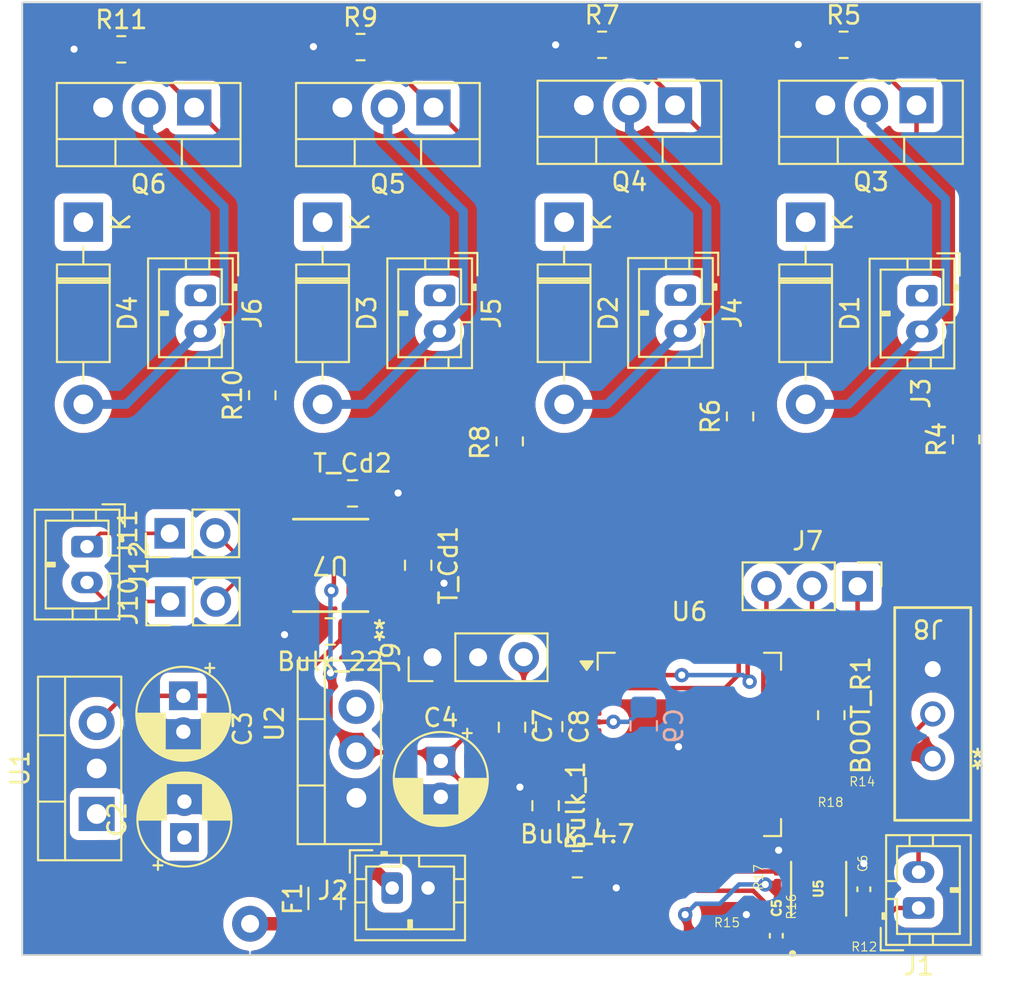
<source format=kicad_pcb>
(kicad_pcb (version 20241229) (generator "pcbnew") (generator_version "9.0")
  (layers (0 "F.Cu" signal) (4 "In1.Cu" signal) (6 "In2.Cu" signal) (2 "B.Cu" signal) (13 "F.Paste" user) (15 "B.Paste" user) (5 "F.SilkS" user "F.Silkscreen") (7 "B.SilkS" user "B.Silkscreen") (1 "F.Mask" user) (3 "B.Mask" user) (25 "Edge.Cuts" user))
  (net 0 "")
  (net 1 "GND")
  (net 2 "SLN1-")
  (net 3 "SLN2-")
  (net 4 "SLN3-")
  (net 5 "SLN4-")
  (net 6 "Net-(J8-Pin_2)")
  (net 7 "SDA")
  (net 8 "SCL")
  (net 9 "Net-(Q3-G)")
  (net 10 "Net-(Q4-G)")
  (net 11 "Net-(Q5-G)")
  (net 12 "Net-(Q6-G)")
  (net 13 "12V")
  (net 14 "S1CTRL")
  (net 15 "S2CTRL")
  (net 16 "S3CTRL")
  (net 17 "S4CTRL")
  (net 26 "SCL_ext")
  (net 27 "SDA_ext")
  (net 28 "Net-(U5-EN)")
  (net 29 "Net-(U5-READY)")
  (net 30 "/SWCLK")
  (net 31 "VBAT")
  (net 32 "+12V_fuse")
  (net 33 "/SWDIO")
  (net 34 "/NRST")
  (net 53 "FDCAN_TX")
  (net 62 "USART1+")
  (net 64 "FDCAN_RX")
  (net 77 "USART1-")
  (net 78 "5V")
  (net 79 "CAN+")
  (net 80 "CAN-")
  (net 81 "3.3V")
  (footprint "Capacitor_SMD:C_0805_2012Metric_Pad1.18x1.45mm_HandSolder" (layer "F.Cu") (at 174.45 86.16 -90)
    (property "Reference" "Bulk_1")
    (property "Value" "1uF")
  )
  (footprint "Connector_PinHeader_2.54mm:PinHeader_1x02_P2.54mm_Vertical" (layer "F.Cu") (at 153.5 70.97 90)
    (property "Reference" "J11")
    (property "Value" "Conn_01x02")
  )
  (footprint "Package_QFP:LQFP-64_10x10mm_P0.5mm" (layer "F.Cu") (at 182.465 82.74)
    (property "Reference" "U6")
    (property "Value" "STM32G0B1RETx")
  )
  (footprint "Connector_JST:JST_PH_B2B-PH-K_1x02_P2.00mm_Vertical" (layer "F.Cu") (at 155.205 57.696 -90)
    (property "Reference" "J6")
    (property "Value" "2X1")
  )
  (footprint "Package_TO_SOT_THT:TO-220-3_Vertical" (layer "F.Cu") (at 149.43 86.62 90)
    (property "Reference" "U1")
    (property "Value" "L7805")
  )
  (footprint "Package_TO_SOT_THT:TO-220-3_Vertical" (layer "F.Cu") (at 154.867 47.226 180)
    (property "Reference" "Q6")
    (property "Value" "FQP30N06L")
  )
  (footprint "Capacitor_SMD:C_0201_0603Metric" (layer "F.Cu") (at 187.36 91.725 90)
    (property "Reference" "R16")
    (property "Value" "10k")
  )
  (footprint "Connector_JST:JST_PH_B2B-PH-K_1x02_P2.00mm_Vertical" (layer "F.Cu") (at 195.422 57.712 -90)
    (property "Reference" "J3")
    (property "Value" "2X1")
  )
  (footprint "Resistor_SMD:R_0805_2012Metric_Pad1.20x1.40mm_HandSolder" (layer "F.Cu") (at 164.138 43.853)
    (property "Reference" "R9")
    (property "Value" "10k")
  )
  (footprint "Diode_THT:D_DO-41_SOD81_P10.16mm_Horizontal" (layer "F.Cu") (at 148.686 53.616 -90)
    (property "Reference" "D4")
    (property "Value" "1N47xxA")
  )
  (footprint "Capacitor_SMD:C_0805_2012Metric_Pad1.18x1.45mm_HandSolder" (layer "F.Cu") (at 162.4413 76.44 180)
    (property "Reference" "Bulk_22")
    (property "Value" "22uF")
  )
  (footprint "Capacitor_SMD:C_0805_2012Metric_Pad1.18x1.45mm_HandSolder" (layer "F.Cu") (at 176.22 89.42)
    (property "Reference" "Bulk_4.7")
    (property "Value" "4.7uF")
  )
  (footprint "Capacitor_THT:CP_Radial_D5.0mm_P2.00mm" (layer "F.Cu") (at 168.61 83.664888 -90)
    (property "Reference" "C4")
    (property "Value" "10u")
  )
  (footprint "Diode_THT:D_DO-41_SOD81_P10.16mm_Horizontal" (layer "F.Cu") (at 175.483 53.616 -90)
    (property "Reference" "D2")
    (property "Value" "1N47xxA")
  )
  (footprint "Connector_JST:JST_PH_B2B-PH-K_1x02_P2.00mm_Vertical" (layer "F.Cu") (at 148.89 71.71 -90)
    (property "Reference" "J12")
    (property "Value" "2X1")
  )
  (footprint "Connector_JST:JST_PH_B2B-PH-K_1x02_P2.00mm_Vertical" (layer "F.Cu") (at 165.9 90.75)
    (property "Reference" "J2")
    (property "Value" "2X1")
  )
  (footprint "Resistor_SMD:R_0805_2012Metric_Pad1.20x1.40mm_HandSolder" (layer "F.Cu") (at 150.803 43.98)
    (property "Reference" "R11")
    (property "Value" "10k")
  )
  (footprint "Diode_THT:D_DO-41_SOD81_P10.16mm_Horizontal" (layer "F.Cu") (at 188.945 53.616 -90)
    (property "Reference" "D1")
    (property "Value" "1N47xxA")
  )
  (footprint "Capacitor_SMD:C_0201_0603Metric" (layer "F.Cu") (at 192.1 85.87)
    (property "Reference" "R14")
    (property "Value" "10k")
  )
  (footprint "Capacitor_SMD:C_0402_1005Metric" (layer "F.Cu") (at 187.31 93.41 -90)
    (property "Reference" "C5")
    (property "Value" "0.1u")
  )
  (footprint "Connector_PinHeader_2.54mm:PinHeader_1x03_P2.54mm_Vertical" (layer "F.Cu") (at 168.15 77.88 90)
    (property "Reference" "J9")
    (property "Value" "Conn_01x03_Pin")
  )
  (footprint "Resistor_SMD:R_0805_2012Metric_Pad1.20x1.40mm_HandSolder" (layer "F.Cu") (at 190.375 81.11 -90)
    (property "Reference" "BOOT_R1")
    (property "Value" "10k")
  )
  (footprint "Capacitor_SMD:C_0201_0603Metric" (layer "F.Cu") (at 190.335 87.02)
    (property "Reference" "R18")
    (property "Value" "10k")
  )
  (footprint "Capacitor_SMD:C_0805_2012Metric_Pad1.18x1.45mm_HandSolder" (layer "F.Cu") (at 167.35 72.75 -90)
    (property "Reference" "T_Cd1")
    (property "Value" "100nF")
  )
  (footprint "Resistor_SMD:R_0805_2012Metric_Pad1.20x1.40mm_HandSolder" (layer "F.Cu") (at 177.6 43.726)
    (property "Reference" "R7")
    (property "Value" "10k")
  )
  (footprint "Package_TO_SOT_THT:TO-220-3_Vertical" (layer "F.Cu") (at 195.126 47.099 180)
    (property "Reference" "Q3")
    (property "Value" "FQP30N06L")
  )
  (footprint "Capacitor_SMD:C_0201_0603Metric" (layer "F.Cu") (at 184.56 93.73)
    (property "Reference" "R15")
    (property "Value" "10k")
  )
  (footprint "Capacitor_SMD:C_0402_1005Metric" (layer "F.Cu") (at 192.19 90.82 -90)
    (property "Reference" "C6")
    (property "Value" "0.1u")
  )
  (footprint "Capacitor_SMD:C_0201_0603Metric" (layer "F.Cu") (at 187.37 90.145 90)
    (property "Reference" "R17")
    (property "Value" "10k")
  )
  (footprint "Connector_JST:JST_PH_B2B-PH-K_1x02_P2.00mm_Vertical" (layer "F.Cu") (at 195.24 91.86 90)
    (property "Reference" "J1")
    (property "Value" "2X1")
  )
  (footprint "Connector_PinHeader_2.54mm:PinHeader_1x03_P2.54mm_Vertical" (layer "F.Cu") (at 191.84 73.92 -90)
    (property "Reference" "J7")
    (property "Value" "Conn_01x03_Pin")
  )
  (footprint "Capacitor_SMD:C_0805_2012Metric_Pad1.18x1.45mm_HandSolder" (layer "F.Cu") (at 174.65 81.75 -90)
    (property "Reference" "C8")
    (property "Value" "100nF")
  )
  (footprint "Capacitor_SMD:C_0805_2012Metric_Pad1.18x1.45mm_HandSolder" (layer "F.Cu") (at 163.6875 68.74)
    (property "Reference" "T_Cd2")
    (property "Value" "100nF")
  )
  (footprint "Resistor_SMD:R_0805_2012Metric_Pad1.20x1.40mm_HandSolder" (layer "F.Cu") (at 197.89 65.73 90)
    (property "Reference" "R4")
    (property "Value" "330")
  )
  (footprint "Capacitor_THT:CP_Radial_D5.0mm_P2.00mm" (layer "F.Cu") (at 154.32 87.93 90)
    (property "Reference" "C2")
    (property "Value" "10u")
  )
  (footprint "Capacitor_SMD:C_0201_0603Metric" (layer "F.Cu") (at 192.25 93.27 180)
    (property "Reference" "R12")
    (property "Value" "10k")
  )
  (footprint "custom_components:SOIC8_4P9X3P9MC_MCH" (layer "F.Cu") (at 162.4738 72.755 180)
    (property "Reference" "U7")
    (property "Value" "ATA6561-GAQW-N")
  )
  (footprint "Connector_PinHeader_2.54mm:PinHeader_1x02_P2.54mm_Vertical" (layer "F.Cu") (at 153.53 74.77 90)
    (property "Reference" "J10")
    (property "Value" "Conn_01x02")
  )
  (footprint "Package_TO_SOT_THT:TO-220-3_Vertical" (layer "F.Cu") (at 168.202 47.226 180)
    (property "Reference" "Q5")
    (property "Value" "FQP30N06L")
  )
  (footprint "Diode_THT:D_DO-41_SOD81_P10.16mm_Horizontal" (layer "F.Cu") (at 162.021 53.616 -90)
    (property "Reference" "D3")
    (property "Value" "1N47xxA")
  )
  (footprint "Connector_JST:JST_PH_B2B-PH-K_1x02_P2.00mm_Vertical" (layer "F.Cu") (at 181.96 57.68 -90)
    (property "Reference" "J4")
    (property "Value" "2X1")
  )
  (footprint "Resistor_SMD:R_0805_2012Metric_Pad1.20x1.40mm_HandSolder" (layer "F.Cu") (at 172.45 65.84 90)
    (property "Reference" "R8")
    (property "Value" "330")
  )
  (footprint "Resistor_SMD:R_0805_2012Metric_Pad1.20x1.40mm_HandSolder" (layer "F.Cu") (at 158.66 63.27 90)
    (property "Reference" "R10")
    (property "Value" "330")
  )
  (footprint "TCA4307:SOP65P490X110-8N" (layer "F.Cu") (at 189.67 90.79 90)
    (property "Reference" "U5")
    (property "Value" "TCA4307")
  )
  (footprint "Capacitor_SMD:C_0805_2012Metric_Pad1.18x1.45mm_HandSolder" (layer "F.Cu") (at 172.58 81.785 -90)
    (property "Reference" "C7")
    (property "Value" "100nF")
  )
  (footprint "Connector_JST:JST_PH_B2B-PH-K_1x02_P2.00mm_Vertical" (layer "F.Cu") (at 168.54 57.696 -90)
    (property "Reference" "J5")
    (property "Value" "2X1")
  )
  (footprint "Capacitor_THT:CP_Radial_D5.0mm_P2.00mm" (layer "F.Cu") (at 154.26 80.03 -90)
    (property "Reference" "C3")
    (property "Value" "10u")
  )
  (footprint "Resistor_SMD:R_0805_2012Metric_Pad1.20x1.40mm_HandSolder" (layer "F.Cu") (at 191.062 43.726)
    (property "Reference" "R5")
    (property "Value" "10k")
  )
  (footprint "Package_TO_SOT_THT:TO-220-3_Vertical" (layer "F.Cu") (at 181.664 47.099 180)
    (property "Reference" "Q4")
    (property "Value" "FQP30N06L")
  )
  (footprint "custom_components:slide_switch_EGER1218_Thruster" (layer "F.Cu") (at 196.03 83.54 180)
    (property "Reference" "J8")
    (property "Value" "Conn_01x03")
  )
  (footprint "Resistor_SMD:R_0805_2012Metric_Pad1.20x1.40mm_HandSolder" (layer "F.Cu") (at 185.29 64.45 90)
    (property "Reference" "R6")
    (property "Value" "330")
  )
  (footprint "Package_TO_SOT_THT:TO-220-3_Vertical" (layer "F.Cu") (at 163.905 85.72 90)
    (property "Reference" "U2")
    (property "Value" "LD1117V33")
  )
  (footprint "Fuse:Fuse_1206_3216Metric" (layer "F.Cu") (at 162.14 91.33 -90)
    (property "Reference" "F1")
    (property "Value" "10A")
  )
  (footprint "Capacitor_SMD:C_0805_2012Metric_Pad1.18x1.45mm_HandSolder" (layer "B.Cu") (at 179.92 81.7 90)
    (property "Reference" "C9")
    (property "Value" "100nF")
  )
  (gr_rect (start 145.283113 41.359887) (end 198.750113 94.484887) (stroke (width 0.1)) (fill no) (layer "Edge.Cuts"))
  (segment (start 186.61 92.23) (end 185.64 92.23) (width 0.25) (layer "F.Cu") (net 1))
  (segment (start 174.615 82.8225) (end 174.65 82.7875) (width 0.25) (layer "F.Cu") (net 1))
  (segment (start 176.6 43.726) (end 176.584 43.742) (width 0.25) (layer "F.Cu") (net 1))
  (segment (start 160.01 75.0462) (end 161.4038 76.44) (width 0.25) (layer "F.Cu") (net 1))
  (segment (start 168.7525 73.7875) (end 168.79 73.75) (width 0.25) (layer "F.Cu") (net 1))
  (segment (start 190.046 43.742) (end 190.046 47.099) (width 0.25) (layer "F.Cu") (net 1))
  (segment (start 192.19 89.38) (end 192.19 90.34) (width 0.25) (layer "F.Cu") (net 1))
  (segment (start 188.546 43.726) (end 188.53 43.71) (width 0.25) (layer "F.Cu") (net 1))
  (segment (start 163.138 43.853) (end 163.122 43.869) (width 0.25) (layer "F.Cu") (net 1))
  (segment (start 163.138 43.853) (end 161.533 43.853) (width 0.25) (layer "F.Cu") (net 1))
  (segment (start 174.65 82.7875) (end 174.8525 82.99) (width 0.25) (layer "F.Cu") (net 1))
  (segment (start 174.45 85.1225) (end 174.45 82.9875) (width 0.25) (layer "F.Cu") (net 1))
  (segment (start 161.4038 76.44) (end 160.08 76.44) (width 0.25) (layer "F.Cu") (net 1))
  (segment (start 174.685 84.6525) (end 174.0625 84.6525) (width 0.25) (layer "F.Cu") (net 1))
  (segment (start 166.21 68.74) (end 166.23 68.72) (width 0.25) (layer "F.Cu") (net 1))
  (segment (start 160.01 74.66) (end 160.01 75.0462) (width 0.25) (layer "F.Cu") (net 1))
  (segment (start 176.6 43.726) (end 175.014 43.726) (width 0.25) (layer "F.Cu") (net 1))
  (segment (start 149.787 43.996) (end 149.787 47.226) (width 0.25) (layer "F.Cu") (net 1))
  (segment (start 174.8525 82.99) (end 176.79 82.99) (width 0.25) (layer "F.Cu") (net 1))
  (segment (start 149.803 43.98) (end 148.18 43.98) (width 0.25) (layer "F.Cu") (net 1))
  (segment (start 166.9525 73.39) (end 167.35 73.7875) (width 0.25) (layer "F.Cu") (net 1))
  (segment (start 190.062 43.726) (end 188.546 43.726) (width 0.25) (layer "F.Cu") (net 1))
  (segment (start 173.02 85.1225) (end 174.45 85.1225) (width 0.25) (layer "F.Cu") (net 1))
  (segment (start 178.39 90.74) (end 177.2575 89.6075) (width 0.25) (layer "F.Cu") (net 1))
  (segment (start 174.45 82.9875) (end 174.65 82.7875) (width 0.25) (layer "F.Cu") (net 1))
  (segment (start 161.533 43.853) (end 161.51 43.83) (width 0.25) (layer "F.Cu") (net 1))
  (segment (start 167.35 73.7875) (end 168.7525 73.7875) (width 0.25) (layer "F.Cu") (net 1))
  (segment (start 172.58 82.8225) (end 174.615 82.8225) (width 0.25) (layer "F.Cu") (net 1))
  (segment (start 163.122 43.869) (end 163.122 47.226) (width 0.25) (layer "F.Cu") (net 1))
  (segment (start 187.44 88.64) (end 188.695 88.64) (width 0.25) (layer "F.Cu") (net 1))
  (segment (start 187.31 92.93) (end 186.61 92.23) (width 0.25) (layer "F.Cu") (net 1))
  (segment (start 175.014 43.726) (end 175.01 43.73) (width 0.25) (layer "F.Cu") (net 1))
  (segment (start 190.062 43.726) (end 190.046 43.742) (width 0.25) (layer "F.Cu") (net 1))
  (segment (start 149.803 43.98) (end 149.787 43.996) (width 0.25) (layer "F.Cu") (net 1))
  (segment (start 177.2575 89.6075) (end 177.2575 89.42) (width 0.25) (layer "F.Cu") (net 1))
  (segment (start 164.9376 73.39) (end 166.9525 73.39) (width 0.25) (layer "F.Cu") (net 1))
  (segment (start 160.08 76.44) (end 159.9 76.62) (width 0.25) (layer "F.Cu") (net 1))
  (segment (start 148.18 43.98) (end 148.17 43.97) (width 0.25) (layer "F.Cu") (net 1))
  (segment (start 164.725 68.74) (end 166.21 68.74) (width 0.25) (layer "F.Cu") (net 1))
  (segment (start 176.584 43.742) (end 176.584 47.099) (width 0.25) (layer "F.Cu") (net 1))
  (via (at 192.19 89.38) (size 0.8) (drill 0.4) (layers "F.Cu" "B.Cu") (net 1))
  (via (at 173.02 85.1225) (size 0.8) (drill 0.4) (layers "F.Cu" "B.Cu") (net 1))
  (via (at 185.64 92.23) (size 0.8) (drill 0.4) (layers "F.Cu" "B.Cu") (net 1))
  (via (at 188.53 43.71) (size 0.8) (drill 0.4) (layers "F.Cu" "B.Cu") (net 1))
  (via (at 175.01 43.73) (size 0.8) (drill 0.4) (layers "F.Cu" "B.Cu") (net 1))
  (via (at 168.79 73.75) (size 0.8) (drill 0.4) (layers "F.Cu" "B.Cu") (net 1))
  (via (at 159.9 76.62) (size 0.8) (drill 0.4) (layers "F.Cu" "B.Cu") (net 1))
  (via (at 178.39 90.74) (size 0.8) (drill 0.4) (layers "F.Cu" "B.Cu") (net 1))
  (via (at 187.44 88.64) (size 0.8) (drill 0.4) (layers "F.Cu" "B.Cu") (net 1))
  (via (at 166.23 68.72) (size 0.8) (drill 0.4) (layers "F.Cu" "B.Cu") (net 1))
  (via (at 161.51 43.83) (size 0.8) (drill 0.4) (layers "F.Cu" "B.Cu") (net 1))
  (via (at 181.86 82.87) (size 0.8) (drill 0.4) (layers "F.Cu" "B.Cu") (net 1))
  (via (at 148.17 43.97) (size 0.8) (drill 0.4) (layers "F.Cu" "B.Cu") (net 1))
  (segment (start 180.0525 82.87) (end 179.92 82.7375) (width 0.25) (layer "B.Cu") (net 1))
  (segment (start 163.952113 84.920887) (end 163.825113 84.793887) (width 0.25) (layer "B.Cu") (net 1))
  (segment (start 181.86 82.87) (end 180.0525 82.87) (width 0.25) (layer "B.Cu") (net 1))
  (segment (start 163.825113 84.793887) (end 163.825113 84.793887) (width 0.25) (layer "B.Cu") (net 1))
  (segment (start 195.422 59.712) (end 195.396 59.712) (width 0.5) (layer "F.Cu") (net 2))
  (segment (start 192.586 47.099) (end 192.586 48.171) (width 0.5) (layer "F.Cu") (net 2))
  (segment (start 191.332 63.776) (end 188.945 63.776) (width 0.5) (layer "B.Cu") (net 2))
  (segment (start 196.747 52.332) (end 196.747 58.387) (width 0.5) (layer "B.Cu") (net 2))
  (segment (start 195.396 59.712) (end 191.332 63.776) (width 0.5) (layer "B.Cu") (net 2))
  (segment (start 192.586 48.171) (end 196.747 52.332) (width 0.5) (layer "B.Cu") (net 2))
  (segment (start 196.747 58.387) (end 195.422 59.712) (width 0.5) (layer "B.Cu") (net 2))
  (segment (start 181.96 59.68) (end 181.96 59.686) (width 0.5) (layer "F.Cu") (net 3))
  (segment (start 183.442 58.198) (end 181.96 59.68) (width 0.5) (layer "B.Cu") (net 3))
  (segment (start 177.87 63.776) (end 175.483 63.776) (width 0.5) (layer "B.Cu") (net 3))
  (segment (start 183.442 52.822) (end 183.442 58.198) (width 0.5) (layer "B.Cu") (net 3))
  (segment (start 179.124 48.504) (end 183.442 52.822) (width 0.5) (layer "B.Cu") (net 3))
  (segment (start 181.96 59.686) (end 177.87 63.776) (width 0.5) (layer "B.Cu") (net 3))
  (segment (start 182.393113 59.520887) (end 182.409113 59.504887) (width 0.5) (layer "B.Cu") (net 3))
  (segment (start 179.124 47.099) (end 179.124 48.504) (width 0.5) (layer "B.Cu") (net 3))
  (segment (start 182.409113 59.504887) (end 182.441113 59.536887) (width 0.5) (layer "B.Cu") (net 3))
  (segment (start 168.54 59.696) (end 168.488 59.696) (width 0.5) (layer "F.Cu") (net 4))
  (segment (start 169.865 53.009) (end 169.865 58.371) (width 0.5) (layer "B.Cu") (net 4))
  (segment (start 169.865 58.371) (end 168.54 59.696) (width 0.5) (layer "B.Cu") (net 4))
  (segment (start 164.408 63.776) (end 162.021 63.776) (width 0.5) (layer "B.Cu") (net 4))
  (segment (start 165.662 47.226) (end 165.662 48.806) (width 0.5) (layer "B.Cu") (net 4))
  (segment (start 168.488 59.696) (end 164.408 63.776) (width 0.5) (layer "B.Cu") (net 4))
  (segment (start 165.662 48.806) (end 169.865 53.009) (width 0.5) (layer "B.Cu") (net 4))
  (segment (start 155.205 59.696) (end 155.153 59.696) (width 0.5) (layer "F.Cu") (net 5))
  (segment (start 151.073 63.776) (end 148.686 63.776) (width 0.5) (layer "B.Cu") (net 5))
  (segment (start 156.53 52.755) (end 156.53 58.371) (width 0.5) (layer "B.Cu") (net 5))
  (segment (start 152.327 47.226) (end 152.327 48.552) (width 0.5) (layer "B.Cu") (net 5))
  (segment (start 156.53 58.371) (end 155.205 59.696) (width 0.5) (layer "B.Cu") (net 5))
  (segment (start 152.327 48.552) (end 156.53 52.755) (width 0.5) (layer "B.Cu") (net 5))
  (segment (start 155.153 59.696) (end 151.073 63.776) (width 0.5) (layer "B.Cu") (net 5))
  (segment (start 190.375 82.11) (end 194.96 82.11) (width 0.25) (layer "F.Cu") (net 6))
  (segment (start 194.96 82.11) (end 196.03 81.04) (width 0.25) (layer "F.Cu") (net 6))
  (segment (start 187.555226 92.045) (end 187.36 92.045) (width 0.25) (layer "F.Cu") (net 7))
  (segment (start 186.019774 90.9) (end 182.92219 90.9) (width 0.25) (layer "F.Cu") (net 7))
  (segment (start 187.164774 92.045) (end 186.019774 90.9) (width 0.25) (layer "F.Cu") (net 7))
  (segment (start 189.345 92.16736) (end 188.96764 91.79) (width 0.25) (layer "F.Cu") (net 7))
  (segment (start 182.92219 90.9) (end 181.715 89.69281) (width 0.25) (layer "F.Cu") (net 7))
  (segment (start 181.715 89.69281) (end 181.715 88.415) (width 0.25) (layer "F.Cu") (net 7))
  (segment (start 188.96764 91.79) (end 187.810226 91.79) (width 0.25) (layer "F.Cu") (net 7))
  (segment (start 187.810226 91.79) (end 187.555226 92.045) (width 0.25) (layer "F.Cu") (net 7))
  (segment (start 189.345 92.94) (end 189.345 92.16736) (width 0.25) (layer "F.Cu") (net 7))
  (segment (start 187.36 92.045) (end 187.164774 92.045) (width 0.25) (layer "F.Cu") (net 7))
  (segment (start 182.65 89.825) (end 182.215 89.39) (width 0.25) (layer "F.Cu") (net 8))
  (segment (start 182.215 89.39) (end 182.215 88.415) (width 0.25) (layer "F.Cu") (net 8))
  (segment (start 189.345 88.64) (end 189.345 89.41264) (width 0.25) (layer "F.Cu") (net 8))
  (segment (start 187.37 89.825) (end 182.65 89.825) (width 0.25) (layer "F.Cu") (net 8))
  (segment (start 188.93264 89.825) (end 187.37 89.825) (width 0.25) (layer "F.Cu") (net 8))
  (segment (start 189.345 89.41264) (end 188.93264 89.825) (width 0.25) (layer "F.Cu") (net 8))
  (segment (start 192.062 44.035) (end 195.126 47.099) (width 0.25) (layer "F.Cu") (net 9))
  (segment (start 197.89 63.61) (end 197.9 63.6) (width 0.25) (layer "F.Cu") (net 9))
  (segment (start 197.9 51.5) (end 195.126 48.726) (width 0.25) (layer "F.Cu") (net 9))
  (segment (start 197.89 64.73) (end 197.89 63.61) (width 0.25) (layer "F.Cu") (net 9))
  (segment (start 197.9 63.6) (end 197.9 51.5) (width 0.25) (layer "F.Cu") (net 9))
  (segment (start 192.062 43.726) (end 192.062 44.035) (width 0.25) (layer "F.Cu") (net 9))
  (segment (start 195.126 48.726) (end 195.126 47.099) (width 0.25) (layer "F.Cu") (net 9))
  (segment (start 185.29 50.725) (end 185.29 63.45) (width 0.25) (layer "F.Cu") (net 10))
  (segment (start 178.6 43.726) (end 181.664 46.79) (width 0.25) (layer "F.Cu") (net 10))
  (segment (start 181.664 46.79) (end 181.664 47.099) (width 0.25) (layer "F.Cu") (net 10))
  (segment (start 181.664 47.099) (end 185.29 50.725) (width 0.25) (layer "F.Cu") (net 10))
  (segment (start 165.138 44.162) (end 168.202 47.226) (width 0.25) (layer "F.Cu") (net 11))
  (segment (start 172.45 51.474) (end 168.202 47.226) (width 0.25) (layer "F.Cu") (net 11))
  (segment (start 165.138 43.853) (end 165.138 44.162) (width 0.25) (layer "F.Cu") (net 11))
  (segment (start 172.45 64.84) (end 172.45 51.474) (width 0.25) (layer "F.Cu") (net 11))
  (segment (start 158.66 62.27) (end 158.66 51.019) (width 0.25) (layer "F.Cu") (net 12))
  (segment (start 151.803 43.98) (end 151.803 44.162) (width 0.25) (layer "F.Cu") (net 12))
  (segment (start 151.803 44.162) (end 154.867 47.226) (width 0.25) (layer "F.Cu") (net 12))
  (segment (start 158.66 51.019) (end 154.867 47.226) (width 0.25) (layer "F.Cu") (net 12))
  (segment (start 159.86 92.74) (end 157.98 92.74) (width 0.75) (layer "F.Cu") (net 13))
  (segment (start 162.14 92.73) (end 159.87 92.73) (width 0.75) (layer "F.Cu") (net 13))
  (segment (start 159.87 92.73) (end 159.86 92.74) (width 0.25) (layer "F.Cu") (net 13))
  (via (at 157.98 92.74) (size 2) (drill 1) (layers "F.Cu" "B.Cu") (net 13))
  (segment (start 184.715 71.535) (end 189.58 66.67) (width 0.25) (layer "F.Cu") (net 14))
  (segment (start 189.58 66.67) (end 194.01 66.73) (width 0.25) (layer "F.Cu") (net 14))
  (segment (start 194.01 66.73) (end 197.89 66.73) (width 0.25) (layer "F.Cu") (net 14))
  (segment (start 184.715 77.065) (end 184.715 71.535) (width 0.25) (layer "F.Cu") (net 14))
  (segment (start 183.715 77.065) (end 183.715 67.025) (width 0.25) (layer "F.Cu") (net 15))
  (segment (start 183.715 67.025) (end 185.29 65.45) (width 0.25) (layer "F.Cu") (net 15))
  (segment (start 172.45 66.84) (end 180.215 74.605) (width 0.25) (layer "F.Cu") (net 16))
  (segment (start 180.215 74.605) (end 180.215 77.065) (width 0.25) (layer "F.Cu") (net 16))
  (segment (start 158.66 64.27) (end 160.72 66.33) (width 0.25) (layer "F.Cu") (net 17))
  (segment (start 168.02 66.33) (end 178.739 77.049) (width 0.25) (layer "F.Cu") (net 17))
  (segment (start 178.739 77.049) (end 178.739 77.2) (width 0.25) (layer "F.Cu") (net 17))
  (segment (start 160.72 66.33) (end 160.85 66.33) (width 0.25) (layer "F.Cu") (net 17))
  (segment (start 160.85 66.33) (end 168.02 66.33) (width 0.25) (layer "F.Cu") (net 17))
  (segment (start 192.42 88.005001) (end 192.42 85.87) (width 0.25) (layer "F.Cu") (net 26))
  (segment (start 195.24 88.69) (end 192.42 85.87) (width 0.25) (layer "F.Cu") (net 26))
  (segment (start 190.98764 89.72) (end 190.30236 89.72) (width 0.25) (layer "F.Cu") (net 26))
  (segment (start 190.30236 89.72) (end 189.995 89.41264) (width 0.25) (layer "F.Cu") (net 26))
  (segment (start 191.211 89.214001) (end 191.211 89.49664) (width 0.25) (layer "F.Cu") (net 26))
  (segment (start 191.211 89.214001) (end 192.42 88.005001) (width 0.25) (layer "F.Cu") (net 26))
  (segment (start 191.211 89.49664) (end 190.98764 89.72) (width 0.25) (layer "F.Cu") (net 26))
  (segment (start 189.995 89.41264) (end 189.995 88.64) (width 0.25) (layer "F.Cu") (net 26))
  (segment (start 195.24 89.86) (end 195.24 88.69) (width 0.25) (layer "F.Cu") (net 26))
  (segment (start 189.995 88.64) (end 189.995 87.86736) (width 0.25) (layer "F.Cu") (net 26))
  (segment (start 194.97 91.91) (end 195.03 91.85) (width 0.25) (layer "F.Cu") (net 27))
  (segment (start 193.98 91.86) (end 192.57 93.27) (width 0.25) (layer "F.Cu") (net 27))
  (segment (start 192.038999 94.001) (end 190.28336 94.001) (width 0.25) (layer "F.Cu") (net 27))
  (segment (start 195.24 91.86) (end 193.98 91.86) (width 0.25) (layer "F.Cu") (net 27))
  (segment (start 192.57 93.469999) (end 192.038999 94.001) (width 0.25) (layer "F.Cu") (net 27))
  (segment (start 192.57 93.27) (end 192.57 93.469999) (width 0.25) (layer "F.Cu") (net 27))
  (segment (start 190.28336 94.001) (end 189.995 93.71264) (width 0.25) (layer "F.Cu") (net 27))
  (segment (start 189.995 93.71264) (end 189.995 92.94) (width 0.25) (layer "F.Cu") (net 27))
  (segment (start 187.31 93.89) (end 186.03 93.89) (width 0.25) (layer "F.Cu") (net 28))
  (segment (start 187.31 93.89) (end 187.745 93.89) (width 0.25) (layer "F.Cu") (net 28))
  (segment (start 187.745 93.89) (end 188.695 92.94) (width 0.25) (layer "F.Cu") (net 28))
  (segment (start 186.03 93.89) (end 185.87 93.73) (width 0.25) (layer "F.Cu") (net 28))
  (segment (start 185.87 93.73) (end 184.88 93.73) (width 0.25) (layer "F.Cu") (net 28))
  (segment (start 190.655 88.63) (end 190.645 88.64) (width 0.25) (layer "F.Cu") (net 29))
  (segment (start 190.655 87.02) (end 190.655 88.63) (width 0.25) (layer "F.Cu") (net 29))
  (segment (start 191.84 73.92) (end 191.84 78.645) (width 0.25) (layer "F.Cu") (net 30))
  (segment (start 190.255 79.99) (end 188.14 79.99) (width 0.25) (layer "F.Cu") (net 30))
  (segment (start 190.375 80.11) (end 190.255 79.99) (width 0.25) (layer "F.Cu") (net 30))
  (segment (start 191.84 78.645) (end 190.375 80.11) (width 0.25) (layer "F.Cu") (net 30))
  (segment (start 178.23 81.48) (end 177.644178 81.48) (width 0.25) (layer "F.Cu") (net 31))
  (segment (start 177.634178 81.49) (end 176.79 81.49) (width 0.25) (layer "F.Cu") (net 31))
  (segment (start 177.644178 81.48) (end 177.634178 81.49) (width 0.25) (layer "F.Cu") (net 31))
  (via (at 178.23 81.48) (size 0.8) (drill 0.4) (layers "F.Cu" "B.Cu") (net 31))
  (segment (start 179.945 80.34) (end 179.95 80.335) (width 0.25) (layer "B.Cu") (net 31))
  (segment (start 179.1025 81.48) (end 179.92 80.6625) (width 0.25) (layer "B.Cu") (net 31))
  (segment (start 178.23 81.48) (end 179.1025 81.48) (width 0.25) (layer "B.Cu") (net 31))
  (segment (start 165.9 90.75) (end 165.08 89.93) (width 0.75) (layer "F.Cu") (net 32))
  (segment (start 165.08 89.93) (end 162.14 89.93) (width 0.75) (layer "F.Cu") (net 32))
  (segment (start 187.039 78.291) (end 187.039 80.233178) (width 0.25) (layer "F.Cu") (net 33))
  (segment (start 189.3 73.92) (end 189.3 76.03) (width 0.25) (layer "F.Cu") (net 33))
  (segment (start 189.3 76.03) (end 187.039 78.291) (width 0.25) (layer "F.Cu") (net 33))
  (segment (start 187.039 80.233178) (end 187.295822 80.49) (width 0.25) (layer "F.Cu") (net 33))
  (segment (start 187.295822 80.49) (end 188.14 80.49) (width 0.25) (layer "F.Cu") (net 33))
  (segment (start 186.588 78.10419) (end 186.588 78.47781) (width 0.25) (layer "F.Cu") (net 34))
  (segment (start 186.588 80.046368) (end 186.588 80.352) (width 0.25) (layer "F.Cu") (net 34))
  (segment (start 186.76 73.92) (end 186.76 77.93219) (width 0.25) (layer "F.Cu") (net 34))
  (segment (start 182.45 84.49) (end 176.79 84.49) (width 0.25) (layer "F.Cu") (net 34))
  (segment (start 186.76 77.93219) (end 186.588 78.10419) (width 0.25) (layer "F.Cu") (net 34))
  (segment (start 186.588 80.352) (end 182.45 84.49) (width 0.25) (layer "F.Cu") (net 34))
  (segment (start 186.588 78.47781) (end 186.588 80.046368) (width 0.25) (layer "F.Cu") (net 34))
  (segment (start 164.9376 74.66) (end 166.4876 76.21) (width 0.25) (layer "F.Cu") (net 53))
  (segment (start 166.4876 76.21) (end 175.36 76.21) (width 0.25) (layer "F.Cu") (net 53))
  (segment (start 185.215 78.845) (end 185.215 77.065) (width 0.25) (layer "F.Cu") (net 53))
  (segment (start 178.75 79.6) (end 184.46 79.6) (width 0.25) (layer "F.Cu") (net 53))
  (segment (start 184.46 79.6) (end 185.215 78.845) (width 0.25) (layer "F.Cu") (net 53))
  (segment (start 175.36 76.21) (end 178.75 79.6) (width 0.25) (layer "F.Cu") (net 53))
  (segment (start 165.2776 70.51) (end 164.9376 70.85) (width 0.25) (layer "F.Cu") (net 64))
  (segment (start 164.9376 70.85) (end 165.54 70.85) (width 0.25) (layer "F.Cu") (net 64))
  (segment (start 185.715 79.132245) (end 185.715 77.065) (width 0.25) (layer "F.Cu") (net 64))
  (segment (start 170.75 70.51) (end 165.2776 70.51) (width 0.25) (layer "F.Cu") (net 64))
  (segment (start 179.115 78.875) (end 170.75 70.51) (width 0.25) (layer "F.Cu") (net 64))
  (segment (start 182.04 78.875) (end 179.115 78.875) (width 0.25) (layer "F.Cu") (net 64))
  (segment (start 185.822872 79.240117) (end 185.715 79.132245) (width 0.25) (layer "F.Cu") (net 64))
  (via (at 185.822872 79.240117) (size 0.8) (drill 0.4) (layers "F.Cu" "B.Cu") (net 64))
  (via (at 182.04 78.875) (size 0.8) (drill 0.4) (layers "F.Cu" "B.Cu") (net 64))
  (segment (start 185.457755 78.875) (end 185.822872 79.240117) (width 0.25) (layer "B.Cu") (net 64))
  (segment (start 182.04 78.875) (end 185.457755 78.875) (width 0.25) (layer "B.Cu") (net 64))
  (segment (start 154.26 80.03) (end 159.8888 80.03) (width 0.25) (layer "F.Cu") (net 78))
  (segment (start 167.35 71.7125) (end 165.3451 71.7125) (width 0.25) (layer "F.Cu") (net 78))
  (segment (start 163.4788 72.872801) (end 164.231601 72.12) (width 0.25) (layer "F.Cu") (net 78))
  (segment (start 163.4788 76.44) (end 163.4788 72.872801) (width 0.25) (layer "F.Cu") (net 78))
  (segment (start 165.3451 71.7125) (end 164.9376 72.12) (width 0.25) (layer "F.Cu") (net 78))
  (segment (start 154.26 80.03) (end 150.94 80.03) (width 0.25) (layer "F.Cu") (net 78))
  (segment (start 159.8888 80.03) (end 163.4788 76.44) (width 0.25) (layer "F.Cu") (net 78))
  (segment (start 164.231601 72.12) (end 164.9376 72.12) (width 0.25) (layer "F.Cu") (net 78))
  (segment (start 150.94 80.03) (end 149.43 81.54) (width 0.25) (layer "F.Cu") (net 78))
  (segment (start 160.01 73.39) (end 157.45 73.39) (width 0.2) (layer "F.Cu") (net 79))
  (segment (start 149.95 74.77) (end 148.89 73.71) (width 0.2) (layer "F.Cu") (net 79))
  (segment (start 157.45 73.39) (end 156.07 74.77) (width 0.2) (layer "F.Cu") (net 79))
  (segment (start 153.53 74.77) (end 149.95 74.77) (width 0.2) (layer "F.Cu") (net 79))
  (segment (start 157.19 72.12) (end 156.04 70.97) (width 0.2) (layer "F.Cu") (net 80))
  (segment (start 153.5 70.97) (end 149.63 70.97) (width 0.2) (layer "F.Cu") (net 80))
  (segment (start 160.01 72.12) (end 157.19 72.12) (width 0.2) (layer "F.Cu") (net 80))
  (segment (start 149.63 70.97) (end 148.89 71.71) (width 0.2) (layer "F.Cu") (net 80))
  (segment (start 182.23 92.23) (end 182.23 92.63) (width 0.25) (layer "F.Cu") (net 81))
  (segment (start 187.37 90.465) (end 186.780078 90.465) (width 0.25) (layer "F.Cu") (net 81))
  (segment (start 162.65 68.74) (end 162.12 68.74) (width 0.25) (layer "F.Cu") (net 81))
  (segment (start 179.4925 93.73) (end 183.33 93.73) (width 0.25) (layer "F.Cu") (net 81))
  (segment (start 189.81664 91.339) (end 190.645 92.16736) (width 0.25) (layer "F.Cu") (net 81))
  (segment (start 163.905 83.18) (end 162.46 81.735) (width 0.25) (layer "F.Cu") (net 81))
  (segment (start 193.910001 83.54) (end 196.03 83.54) (width 0.25) (layer "F.Cu") (net 81))
  (segment (start 174.65 80.7125) (end 175.9275 81.99) (width 0.25) (layer "F.Cu") (net 81))
  (segment (start 172.3625 80.53) (end 172.58 80.7475) (width 0.25) (layer "F.Cu") (net 81))
  (segment (start 176.79 81.99) (end 176.79 82.49) (width 0.25) (layer "F.Cu") (net 81))
  (segment (start 163.905 83.18) (end 168.125112 83.18) (width 0.25) (layer "F.Cu") (net 81))
  (segment (start 174.615 80.7475) (end 174.65 80.7125) (width 0.25) (layer "F.Cu") (net 81))
  (segment (start 190.015 86.820001) (end 190.965001 85.87) (width 0.25) (layer "F.Cu") (net 81))
  (segment (start 174.45 87.1975) (end 189.8375 87.1975) (width 0.25) (layer "F.Cu") (net 81))
  (segment (start 191.93 91.56) (end 192.19 91.3) (width 0.25) (layer "F.Cu") (net 81))
  (segment (start 191.78 85.87) (end 191.78 85.670001) (width 0.25) (layer "F.Cu") (net 81))
  (segment (start 162.65 74.02) (end 162.51 74.16) (width 0.25) (layer "F.Cu") (net 81))
  (segment (start 172.58 80.7475) (end 174.615 80.7475) (width 0.25) (layer "F.Cu") (net 81))
  (segment (start 182.23 92.63) (end 183.33 93.73) (width 0.25) (layer "F.Cu") (net 81))
  (segment (start 183.33 93.73) (end 184.24 93.73) (width 0.25) (layer "F.Cu") (net 81))
  (segment (start 162.65 68.74) (end 162.65 74.02) (width 0.25) (layer "F.Cu") (net 81))
  (segment (start 187.36 90.475) (end 187.37 90.465) (width 0.25) (layer "F.Cu") (net 81))
  (segment (start 174.45 87.1975) (end 174.45 88.6875) (width 0.25) (layer "F.Cu") (net 81))
  (segment (start 174.45 87.1975) (end 172.142612 87.1975) (width 0.25) (layer "F.Cu") (net 81))
  (segment (start 191.6 92.94) (end 191.93 93.27) (width 0.25) (layer "F.Cu") (net 81))
  (segment (start 175.9275 81.99) (end 176.79 81.99) (width 0.25) (layer "F.Cu") (net 81))
  (segment (start 173.23 77.88) (end 173.23 80.0975) (width 0.25) (layer "F.Cu") (net 81))
  (segment (start 190.965001 85.87) (end 191.78 85.87) (width 0.25) (layer "F.Cu") (net 81))
  (segment (start 173.23 80.0975) (end 172.58 80.7475) (width 0.25) (layer "F.Cu") (net 81))
  (segment (start 172.142612 87.1975) (end 168.61 83.664888) (width 0.25) (layer "F.Cu") (net 81))
  (segment (start 190.645 92.16736) (end 190.645 92.94) (width 0.25) (layer "F.Cu") (net 81))
  (segment (start 168.61 83.664888) (end 171.744888 80.53) (width 0.25) (layer "F.Cu") (net 81))
  (segment (start 175.1825 89.42) (end 179.4925 93.73) (width 0.25) (layer "F.Cu") (net 81))
  (segment (start 190.645 92.94) (end 191.6 92.94) (width 0.25) (layer "F.Cu") (net 81))
  (segment (start 191.78 85.670001) (end 193.910001 83.54) (width 0.25) (layer "F.Cu") (net 81))
  (segment (start 162.12 68.74) (end 160.01 70.85) (width 0.25) (layer "F.Cu") (net 81))
  (segment (start 187.36 91.405) (end 187.36 90.475) (width 0.25) (layer "F.Cu") (net 81))
  (segment (start 190.015 87.02) (end 190.015 86.820001) (width 0.25) (layer "F.Cu") (net 81))
  (segment (start 174.45 88.6875) (end 175.1825 89.42) (width 0.25) (layer "F.Cu") (net 81))
  (segment (start 191.93 93.27) (end 191.93 91.56) (width 0.25) (layer "F.Cu") (net 81))
  (segment (start 162.46 81.735) (end 162.46 78.75) (width 0.25) (layer "F.Cu") (net 81))
  (segment (start 186.780078 90.465) (end 186.695078 90.55) (width 0.25) (layer "F.Cu") (net 81))
  (segment (start 187.426 91.339) (end 189.81664 91.339) (width 0.25) (layer "F.Cu") (net 81))
  (segment (start 171.744888 80.53) (end 172.3625 80.53) (width 0.25) (layer "F.Cu") (net 81))
  (segment (start 189.8375 87.1975) (end 190.015 87.02) (width 0.25) (layer "F.Cu") (net 81))
  (segment (start 168.125112 83.18) (end 168.61 83.664888) (width 0.25) (layer "F.Cu") (net 81))
  (via (at 162.51 74.16) (size 0.8) (drill 0.4) (layers "F.Cu" "B.Cu") (net 81))
  (via (at 162.46 78.75) (size 0.8) (drill 0.4) (layers "F.Cu" "B.Cu") (net 81))
  (via (at 186.695078 90.55) (size 0.8) (drill 0.4) (layers "F.Cu" "B.Cu") (net 81))
  (via (at 182.23 92.23) (size 0.8) (drill 0.4) (layers "F.Cu" "B.Cu") (net 81))
  (segment (start 162.46 78.75) (end 162.46 74.21) (width 0.25) (layer "B.Cu") (net 81))
  (segment (start 184.16 91.625) (end 185.235 90.55) (width 0.25) (layer "B.Cu") (net 81))
  (segment (start 162.46 74.21) (end 162.51 74.16) (width 0.25) (layer "B.Cu") (net 81))
  (segment (start 182.23 92.23) (end 182.835 91.625) (width 0.25) (layer "B.Cu") (net 81))
  (segment (start 182.835 91.625) (end 184.16 91.625) (width 0.25) (layer "B.Cu") (net 81))
  (segment (start 185.235 90.55) (end 186.695078 90.55) (width 0.25) (layer "B.Cu") (net 81))
  (zone (net 1) (net_name "GND") (layer "F.Cu") (priority 4) (connect_pads yes (clearance 0.5)) (min_thickness 0.25) (fill yes (thermal_gap 0.5) (thermal_bridge_width 0.5))
    (polygon (pts (xy 145.283113 41.359887) (xy 198.750113 41.359887) (xy 198.750113 94.484887) (xy 145.283113 94.484887)))
  )
  (zone (net 81) (net_name "3.3V") (layer "F.Cu") (priority 1) (connect_pads yes (clearance 0.5)) (min_thickness 0.25) (fill yes (thermal_gap 0.5) (thermal_bridge_width 0.5))
    (polygon (pts (xy 161.959997 77.919088) (xy 194.12 78.27) (xy 198.41 83.69) (xy 198.63 94.33) (xy 162.450086 94.042042)))
  )
  (zone (net 1) (net_name "GND") (layer "B.Cu") (priority 5) (connect_pads yes (clearance 0.5)) (min_thickness 0.25) (fill yes (thermal_gap 0.5) (thermal_bridge_width 0.5))
    (polygon (pts (xy 145.283113 41.359887) (xy 198.750113 41.359887) (xy 198.750113 94.484887) (xy 145.283113 94.484887)))
  )
)
</source>
